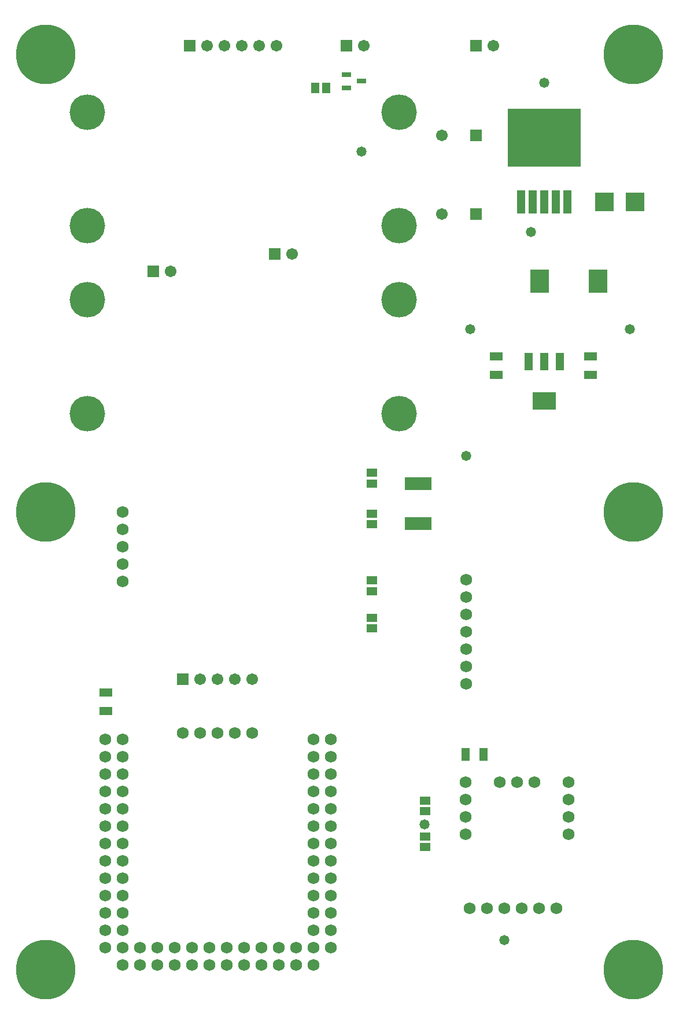
<source format=gts>
G04*
G04 #@! TF.GenerationSoftware,Altium Limited,Altium Designer,18.1.7 (191)*
G04*
G04 Layer_Color=8388736*
%FSLAX25Y25*%
%MOIN*%
G70*
G01*
G75*
%ADD27R,0.10642X0.13398*%
%ADD28R,0.05131X0.07493*%
%ADD29R,0.07493X0.05131*%
%ADD30R,0.04737X0.05918*%
%ADD31R,0.05328X0.03162*%
%ADD32R,0.13792X0.10249*%
%ADD33R,0.04737X0.10249*%
%ADD34R,0.10642X0.10642*%
%ADD35R,0.05918X0.04737*%
%ADD36R,0.15367X0.07493*%
%ADD37R,0.06312X0.05131*%
%ADD38R,0.04934X0.13398*%
%ADD39R,0.41942X0.33477*%
%ADD40C,0.34265*%
%ADD41C,0.20485*%
%ADD42R,0.06706X0.06706*%
%ADD43C,0.06706*%
%ADD44C,0.06800*%
%ADD45C,0.05800*%
D27*
X345882Y428312D02*
D03*
X311992D02*
D03*
D28*
X279921Y155512D02*
D03*
X269291D02*
D03*
D29*
X62008Y191339D02*
D03*
Y180709D02*
D03*
X341339Y374220D02*
D03*
Y384851D02*
D03*
X287205Y374220D02*
D03*
Y384851D02*
D03*
D30*
X189173Y539806D02*
D03*
X182874D02*
D03*
D31*
X200630Y547244D02*
D03*
Y539764D02*
D03*
X209488Y543504D02*
D03*
D32*
X314764Y359154D02*
D03*
D33*
X305709Y381988D02*
D03*
X314764D02*
D03*
X323819D02*
D03*
D34*
X349410Y473917D02*
D03*
X367126D02*
D03*
D35*
X215551Y228150D02*
D03*
Y234449D02*
D03*
Y256102D02*
D03*
Y249803D02*
D03*
X246063Y102165D02*
D03*
Y108465D02*
D03*
Y129134D02*
D03*
Y122835D02*
D03*
X215551Y311811D02*
D03*
Y318110D02*
D03*
D36*
X242126Y288583D02*
D03*
Y311811D02*
D03*
D37*
X215551Y294291D02*
D03*
Y288386D02*
D03*
D38*
X301378Y473917D02*
D03*
X308071D02*
D03*
X314764D02*
D03*
X321457D02*
D03*
X328150D02*
D03*
D39*
X314764Y511122D02*
D03*
D40*
X27559Y31496D02*
D03*
Y295275D02*
D03*
Y559055D02*
D03*
X366071Y31496D02*
D03*
Y295433D02*
D03*
Y559055D02*
D03*
D41*
X51339Y417540D02*
D03*
Y352146D02*
D03*
X231142Y417540D02*
D03*
Y352146D02*
D03*
X51339Y460414D02*
D03*
Y525808D02*
D03*
X231142Y460414D02*
D03*
Y525808D02*
D03*
D42*
X200630Y563976D02*
D03*
X106496Y198819D02*
D03*
X275591Y512303D02*
D03*
Y467028D02*
D03*
X275512Y563976D02*
D03*
X110433D02*
D03*
X159291Y443898D02*
D03*
X89567Y434055D02*
D03*
D43*
X210630Y563976D02*
D03*
X116496Y198819D02*
D03*
X126496D02*
D03*
X136496D02*
D03*
X146496D02*
D03*
X255905Y512303D02*
D03*
Y467028D02*
D03*
X285512Y563976D02*
D03*
X160433D02*
D03*
X150433D02*
D03*
X140433D02*
D03*
X130433D02*
D03*
X120433D02*
D03*
X169291Y443898D02*
D03*
X99567Y434055D02*
D03*
D44*
X269685Y196221D02*
D03*
Y206221D02*
D03*
Y216220D02*
D03*
Y226220D02*
D03*
Y236221D02*
D03*
Y246220D02*
D03*
Y256221D02*
D03*
X269528Y139764D02*
D03*
Y129764D02*
D03*
Y119764D02*
D03*
Y109764D02*
D03*
X328898D02*
D03*
Y119764D02*
D03*
Y129764D02*
D03*
Y139764D02*
D03*
X289213D02*
D03*
X299213D02*
D03*
X309213D02*
D03*
X321654Y66929D02*
D03*
X311654D02*
D03*
X301654D02*
D03*
X291654D02*
D03*
X281654D02*
D03*
X271654D02*
D03*
X106496Y168111D02*
D03*
X116496D02*
D03*
X126496D02*
D03*
X136496D02*
D03*
X146496D02*
D03*
X61851Y164173D02*
D03*
X71851D02*
D03*
Y154174D02*
D03*
Y144174D02*
D03*
Y134174D02*
D03*
Y124173D02*
D03*
Y114173D02*
D03*
Y104174D02*
D03*
Y94174D02*
D03*
Y84174D02*
D03*
Y74173D02*
D03*
Y64174D02*
D03*
Y54173D02*
D03*
Y34174D02*
D03*
X61851Y154174D02*
D03*
Y144174D02*
D03*
Y134174D02*
D03*
Y124173D02*
D03*
Y114173D02*
D03*
Y104174D02*
D03*
Y94174D02*
D03*
Y84174D02*
D03*
Y74173D02*
D03*
Y64174D02*
D03*
Y54173D02*
D03*
Y44173D02*
D03*
X71851D02*
D03*
X81851D02*
D03*
X91851D02*
D03*
X101851D02*
D03*
X111851D02*
D03*
X121851D02*
D03*
X131851D02*
D03*
X141851D02*
D03*
X151851D02*
D03*
X161851D02*
D03*
X171851D02*
D03*
X181851D02*
D03*
X191851D02*
D03*
X181851Y54173D02*
D03*
Y64174D02*
D03*
Y74173D02*
D03*
Y84174D02*
D03*
Y94174D02*
D03*
Y104174D02*
D03*
Y114173D02*
D03*
Y124173D02*
D03*
Y134174D02*
D03*
Y144174D02*
D03*
Y154174D02*
D03*
X191851Y54173D02*
D03*
Y64174D02*
D03*
Y74173D02*
D03*
Y84174D02*
D03*
Y94174D02*
D03*
Y104174D02*
D03*
Y114173D02*
D03*
Y124173D02*
D03*
Y134174D02*
D03*
Y144174D02*
D03*
Y154174D02*
D03*
X181851Y34174D02*
D03*
Y164173D02*
D03*
X191851D02*
D03*
X171851Y34174D02*
D03*
X161851D02*
D03*
X151851D02*
D03*
X141851D02*
D03*
X131851D02*
D03*
X121851D02*
D03*
X111851D02*
D03*
X101851D02*
D03*
X91851D02*
D03*
X81851D02*
D03*
X71693Y295433D02*
D03*
Y285433D02*
D03*
Y275433D02*
D03*
Y265433D02*
D03*
Y255433D02*
D03*
D45*
X14764Y31496D02*
D03*
X27559Y18701D02*
D03*
Y44291D02*
D03*
X40354Y31496D02*
D03*
X27559Y282480D02*
D03*
X14764Y295275D02*
D03*
X27559Y308071D02*
D03*
X40354Y295275D02*
D03*
X14764Y559055D02*
D03*
X27559Y546260D02*
D03*
Y571850D02*
D03*
X40354Y559055D02*
D03*
X353276Y31496D02*
D03*
X366071Y18701D02*
D03*
Y44291D02*
D03*
X378866Y31496D02*
D03*
X353276Y295433D02*
D03*
X366071Y282638D02*
D03*
X378866Y295433D02*
D03*
X272199Y400591D02*
D03*
X307087Y456693D02*
D03*
X314764Y542637D02*
D03*
X366071Y308228D02*
D03*
X364173Y400591D02*
D03*
X353276Y559055D02*
D03*
X366071Y546260D02*
D03*
Y571850D02*
D03*
X378866Y559055D02*
D03*
X209488Y503110D02*
D03*
X291654Y48806D02*
D03*
X245924Y115157D02*
D03*
X269685Y327756D02*
D03*
M02*

</source>
